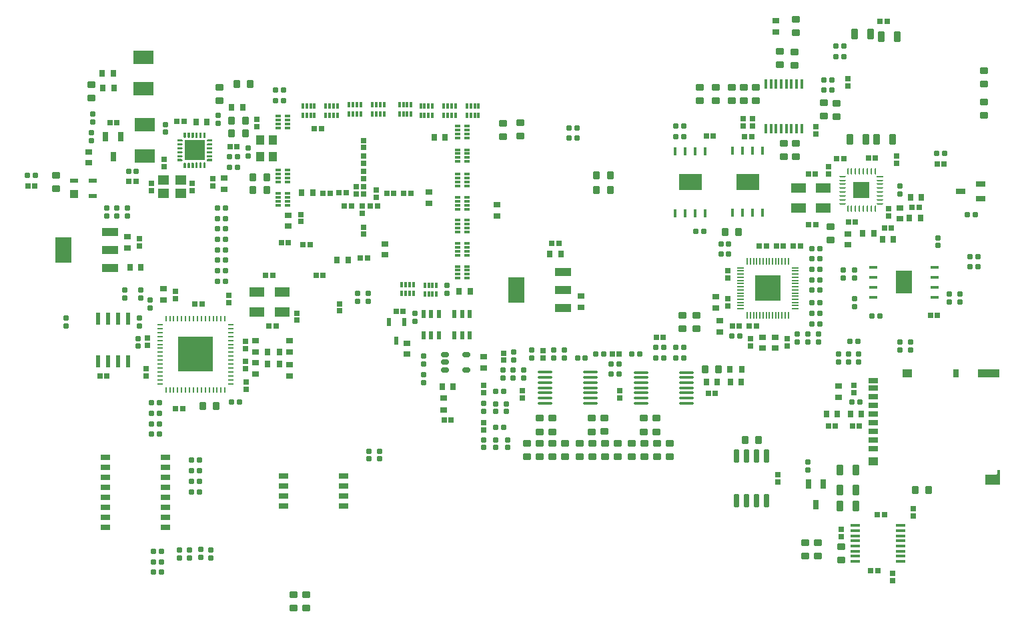
<source format=gbp>
G04*
G04 #@! TF.GenerationSoftware,Altium Limited,Altium Designer,23.10.1 (27)*
G04*
G04 Layer_Color=128*
%FSLAX44Y44*%
%MOMM*%
G71*
G04*
G04 #@! TF.SameCoordinates,1E8E639B-A9AB-46FE-9B68-82187C007E20*
G04*
G04*
G04 #@! TF.FilePolarity,Positive*
G04*
G01*
G75*
%ADD26R,0.8000X1.0000*%
%ADD32R,0.6400X0.6400*%
%ADD33R,0.9500X0.7500*%
G04:AMPARAMS|DCode=41|XSize=0.6mm|YSize=0.6mm|CornerRadius=0.06mm|HoleSize=0mm|Usage=FLASHONLY|Rotation=90.000|XOffset=0mm|YOffset=0mm|HoleType=Round|Shape=RoundedRectangle|*
%AMROUNDEDRECTD41*
21,1,0.6000,0.4800,0,0,90.0*
21,1,0.4800,0.6000,0,0,90.0*
1,1,0.1200,0.2400,0.2400*
1,1,0.1200,0.2400,-0.2400*
1,1,0.1200,-0.2400,-0.2400*
1,1,0.1200,-0.2400,0.2400*
%
%ADD41ROUNDEDRECTD41*%
%ADD42R,0.7500X0.9500*%
%ADD51R,0.6000X1.5500*%
G04:AMPARAMS|DCode=54|XSize=0.6mm|YSize=0.6mm|CornerRadius=0.06mm|HoleSize=0mm|Usage=FLASHONLY|Rotation=180.000|XOffset=0mm|YOffset=0mm|HoleType=Round|Shape=RoundedRectangle|*
%AMROUNDEDRECTD54*
21,1,0.6000,0.4800,0,0,180.0*
21,1,0.4800,0.6000,0,0,180.0*
1,1,0.1200,-0.2400,0.2400*
1,1,0.1200,0.2400,0.2400*
1,1,0.1200,0.2400,-0.2400*
1,1,0.1200,-0.2400,-0.2400*
%
%ADD54ROUNDEDRECTD54*%
G04:AMPARAMS|DCode=58|XSize=1mm|YSize=0.9mm|CornerRadius=0.1125mm|HoleSize=0mm|Usage=FLASHONLY|Rotation=0.000|XOffset=0mm|YOffset=0mm|HoleType=Round|Shape=RoundedRectangle|*
%AMROUNDEDRECTD58*
21,1,1.0000,0.6750,0,0,0.0*
21,1,0.7750,0.9000,0,0,0.0*
1,1,0.2250,0.3875,-0.3375*
1,1,0.2250,-0.3875,-0.3375*
1,1,0.2250,-0.3875,0.3375*
1,1,0.2250,0.3875,0.3375*
%
%ADD58ROUNDEDRECTD58*%
%ADD139R,1.9000X1.2000*%
G04:AMPARAMS|DCode=140|XSize=1mm|YSize=0.9mm|CornerRadius=0.1125mm|HoleSize=0mm|Usage=FLASHONLY|Rotation=90.000|XOffset=0mm|YOffset=0mm|HoleType=Round|Shape=RoundedRectangle|*
%AMROUNDEDRECTD140*
21,1,1.0000,0.6750,0,0,90.0*
21,1,0.7750,0.9000,0,0,90.0*
1,1,0.2250,0.3375,0.3875*
1,1,0.2250,0.3375,-0.3875*
1,1,0.2250,-0.3375,-0.3875*
1,1,0.2250,-0.3375,0.3875*
%
%ADD140ROUNDEDRECTD140*%
%ADD141R,0.3000X0.6500*%
%ADD142R,0.6400X0.6400*%
G04:AMPARAMS|DCode=143|XSize=0.4mm|YSize=1.2mm|CornerRadius=0.05mm|HoleSize=0mm|Usage=FLASHONLY|Rotation=90.000|XOffset=0mm|YOffset=0mm|HoleType=Round|Shape=RoundedRectangle|*
%AMROUNDEDRECTD143*
21,1,0.4000,1.1000,0,0,90.0*
21,1,0.3000,1.2000,0,0,90.0*
1,1,0.1000,0.5500,0.1500*
1,1,0.1000,0.5500,-0.1500*
1,1,0.1000,-0.5500,-0.1500*
1,1,0.1000,-0.5500,0.1500*
%
%ADD143ROUNDEDRECTD143*%
G04:AMPARAMS|DCode=144|XSize=1.3mm|YSize=0.8mm|CornerRadius=0.1mm|HoleSize=0mm|Usage=FLASHONLY|Rotation=90.000|XOffset=0mm|YOffset=0mm|HoleType=Round|Shape=RoundedRectangle|*
%AMROUNDEDRECTD144*
21,1,1.3000,0.6000,0,0,90.0*
21,1,1.1000,0.8000,0,0,90.0*
1,1,0.2000,0.3000,0.5500*
1,1,0.2000,0.3000,-0.5500*
1,1,0.2000,-0.3000,-0.5500*
1,1,0.2000,-0.3000,0.5500*
%
%ADD144ROUNDEDRECTD144*%
%ADD145R,1.2700X0.7600*%
%ADD146R,0.6000X1.0000*%
G04:AMPARAMS|DCode=147|XSize=1.05mm|YSize=0.6mm|CornerRadius=0.15mm|HoleSize=0mm|Usage=FLASHONLY|Rotation=180.000|XOffset=0mm|YOffset=0mm|HoleType=Round|Shape=RoundedRectangle|*
%AMROUNDEDRECTD147*
21,1,1.0500,0.3000,0,0,180.0*
21,1,0.7500,0.6000,0,0,180.0*
1,1,0.3000,-0.3750,0.1500*
1,1,0.3000,0.3750,0.1500*
1,1,0.3000,0.3750,-0.1500*
1,1,0.3000,-0.3750,-0.1500*
%
%ADD147ROUNDEDRECTD147*%
%ADD148O,2.0000X0.3500*%
G04:AMPARAMS|DCode=149|XSize=0.4mm|YSize=1.2mm|CornerRadius=0.05mm|HoleSize=0mm|Usage=FLASHONLY|Rotation=180.000|XOffset=0mm|YOffset=0mm|HoleType=Round|Shape=RoundedRectangle|*
%AMROUNDEDRECTD149*
21,1,0.4000,1.1000,0,0,180.0*
21,1,0.3000,1.2000,0,0,180.0*
1,1,0.1000,-0.1500,0.5500*
1,1,0.1000,0.1500,0.5500*
1,1,0.1000,0.1500,-0.5500*
1,1,0.1000,-0.1500,-0.5500*
%
%ADD149ROUNDEDRECTD149*%
%ADD150R,1.2000X0.6500*%
G04:AMPARAMS|DCode=151|XSize=0.8078mm|YSize=0.2393mm|CornerRadius=0.1196mm|HoleSize=0mm|Usage=FLASHONLY|Rotation=180.000|XOffset=0mm|YOffset=0mm|HoleType=Round|Shape=RoundedRectangle|*
%AMROUNDEDRECTD151*
21,1,0.8078,0.0000,0,0,180.0*
21,1,0.5686,0.2393,0,0,180.0*
1,1,0.2393,-0.2843,0.0000*
1,1,0.2393,0.2843,0.0000*
1,1,0.2393,0.2843,0.0000*
1,1,0.2393,-0.2843,0.0000*
%
%ADD151ROUNDEDRECTD151*%
G04:AMPARAMS|DCode=152|XSize=0.2393mm|YSize=0.8078mm|CornerRadius=0.1196mm|HoleSize=0mm|Usage=FLASHONLY|Rotation=180.000|XOffset=0mm|YOffset=0mm|HoleType=Round|Shape=RoundedRectangle|*
%AMROUNDEDRECTD152*
21,1,0.2393,0.5686,0,0,180.0*
21,1,0.0000,0.8078,0,0,180.0*
1,1,0.2393,0.0000,0.2843*
1,1,0.2393,0.0000,0.2843*
1,1,0.2393,0.0000,-0.2843*
1,1,0.2393,0.0000,-0.2843*
%
%ADD152ROUNDEDRECTD152*%
G04:AMPARAMS|DCode=155|XSize=1.0611mm|YSize=0.3925mm|CornerRadius=0.1962mm|HoleSize=0mm|Usage=FLASHONLY|Rotation=90.000|XOffset=0mm|YOffset=0mm|HoleType=Round|Shape=RoundedRectangle|*
%AMROUNDEDRECTD155*
21,1,1.0611,0.0000,0,0,90.0*
21,1,0.6686,0.3925,0,0,90.0*
1,1,0.3925,0.0000,0.3343*
1,1,0.3925,0.0000,-0.3343*
1,1,0.3925,0.0000,-0.3343*
1,1,0.3925,0.0000,0.3343*
%
%ADD155ROUNDEDRECTD155*%
G04:AMPARAMS|DCode=157|XSize=1.0611mm|YSize=0.3925mm|CornerRadius=0.1962mm|HoleSize=0mm|Usage=FLASHONLY|Rotation=0.000|XOffset=0mm|YOffset=0mm|HoleType=Round|Shape=RoundedRectangle|*
%AMROUNDEDRECTD157*
21,1,1.0611,0.0000,0,0,0.0*
21,1,0.6686,0.3925,0,0,0.0*
1,1,0.3925,0.3343,0.0000*
1,1,0.3925,-0.3343,0.0000*
1,1,0.3925,-0.3343,0.0000*
1,1,0.3925,0.3343,0.0000*
%
%ADD157ROUNDEDRECTD157*%
%ADD158R,2.8000X1.0000*%
%ADD159R,1.2000X1.0000*%
%ADD160R,3.2000X3.2000*%
%ADD161R,0.2000X0.8500*%
%ADD162R,0.9500X0.8000*%
%ADD163C,1.1447*%
%ADD164R,1.2000X0.7000*%
%ADD165R,0.6500X1.2000*%
%ADD166R,2.1500X1.0000*%
G04:AMPARAMS|DCode=167|XSize=0.65mm|YSize=1.65mm|CornerRadius=0.0488mm|HoleSize=0mm|Usage=FLASHONLY|Rotation=0.000|XOffset=0mm|YOffset=0mm|HoleType=Round|Shape=RoundedRectangle|*
%AMROUNDEDRECTD167*
21,1,0.6500,1.5525,0,0,0.0*
21,1,0.5525,1.6500,0,0,0.0*
1,1,0.0975,0.2763,-0.7763*
1,1,0.0975,-0.2763,-0.7763*
1,1,0.0975,-0.2763,0.7763*
1,1,0.0975,0.2763,0.7763*
%
%ADD167ROUNDEDRECTD167*%
%ADD168R,1.1000X1.3000*%
%ADD169R,2.5000X2.5000*%
%ADD170R,1.4000X1.2000*%
%ADD171R,1.0000X1.0000*%
%ADD172O,0.7500X0.2500*%
%ADD173R,4.5000X4.5000*%
%ADD174O,0.2500X0.7500*%
%ADD175R,0.6500X0.3000*%
%ADD176R,0.6400X0.9200*%
%ADD177R,2.1500X3.2500*%
%ADD178R,0.3925X1.0611*%
%ADD179R,1.0611X0.3925*%
%ADD180R,0.8078X0.2393*%
%ADD181C,0.2520*%
%ADD182R,0.8500X0.2000*%
%ADD183R,2.5000X1.7000*%
%ADD184R,1.0000X0.6000*%
%ADD185R,0.9200X0.6400*%
%ADD217R,2.9724X2.0724*%
%ADD218R,2.0724X2.9724*%
%ADD219R,2.0239X2.0239*%
G36*
X633280Y887807D02*
X633674Y887413D01*
X633887Y886898D01*
Y886620D01*
Y886341D01*
X633674Y885827D01*
X633280Y885433D01*
X632766Y885220D01*
X626987D01*
Y888020D01*
X632766D01*
X633280Y887807D01*
D02*
G37*
G36*
X632487Y893020D02*
X632766D01*
X633280Y892807D01*
X633674Y892413D01*
X633887Y891898D01*
Y891620D01*
Y891341D01*
X633674Y890827D01*
X633280Y890433D01*
X632766Y890220D01*
X626987D01*
Y893020D01*
X632487D01*
Y893020D01*
D02*
G37*
G36*
X633280Y897807D02*
X633674Y897413D01*
X633887Y896898D01*
Y896620D01*
Y896341D01*
X633674Y895827D01*
X633280Y895433D01*
X632766Y895220D01*
X626987D01*
Y898020D01*
X632766D01*
X633280Y897807D01*
D02*
G37*
G36*
X637556Y883532D02*
X637949Y883138D01*
X638162Y882624D01*
Y882345D01*
Y876845D01*
X635363D01*
Y882345D01*
Y882624D01*
X635576Y883138D01*
X635970Y883532D01*
X636484Y883745D01*
X637041D01*
X637556Y883532D01*
D02*
G37*
G36*
X642555D02*
X642949Y883138D01*
X643163Y882624D01*
Y882345D01*
X643163Y876845D01*
X640362D01*
Y882345D01*
Y882624D01*
X640576Y883138D01*
X640969Y883532D01*
X641484Y883745D01*
X642041D01*
X642555Y883532D01*
D02*
G37*
G36*
X647556D02*
X647949Y883138D01*
X648163Y882624D01*
Y882345D01*
Y876845D01*
X645362D01*
Y882345D01*
Y882624D01*
X645576Y883138D01*
X645969Y883532D01*
X646484Y883745D01*
X647041D01*
X647556Y883532D01*
D02*
G37*
G36*
X633280Y902807D02*
X633674Y902413D01*
X633887Y901898D01*
Y901620D01*
Y901341D01*
X633674Y900827D01*
X633280Y900433D01*
X632766Y900220D01*
X626987D01*
Y903020D01*
X632766D01*
X633280Y902807D01*
D02*
G37*
G36*
Y907807D02*
X633674Y907413D01*
X633887Y906898D01*
Y906620D01*
Y906341D01*
X633674Y905827D01*
X633280Y905433D01*
X632766Y905220D01*
X632487D01*
X626987Y905220D01*
Y908020D01*
X632766D01*
X633280Y907807D01*
D02*
G37*
G36*
Y912807D02*
X633674Y912413D01*
X633887Y911898D01*
Y911620D01*
Y911341D01*
X633674Y910827D01*
X633280Y910433D01*
X632766Y910220D01*
X626987D01*
Y913020D01*
X632766D01*
X633280Y912807D01*
D02*
G37*
G36*
X638162Y915895D02*
Y915617D01*
X637949Y915102D01*
X637556Y914708D01*
X637041Y914495D01*
X636484D01*
X635970Y914708D01*
X635576Y915102D01*
X635363Y915617D01*
Y915895D01*
Y921395D01*
X638162D01*
Y915895D01*
D02*
G37*
G36*
X643163D02*
X643163D01*
Y915617D01*
X642949Y915102D01*
X642555Y914708D01*
X642041Y914495D01*
X641484D01*
X640969Y914708D01*
X640576Y915102D01*
X640362Y915617D01*
Y915895D01*
Y921395D01*
X643163D01*
Y915895D01*
D02*
G37*
G36*
X648163D02*
Y915617D01*
X647949Y915102D01*
X647556Y914708D01*
X647041Y914495D01*
X646484D01*
X645969Y914708D01*
X645576Y915102D01*
X645362Y915617D01*
Y915895D01*
Y921395D01*
X648163D01*
Y915895D01*
D02*
G37*
G36*
X663163D02*
Y915617D01*
X662949Y915102D01*
X662555Y914708D01*
X662041Y914495D01*
X661484D01*
X660969Y914708D01*
X660576Y915102D01*
X660362Y915617D01*
Y915895D01*
Y921395D01*
X663163D01*
Y915895D01*
D02*
G37*
G36*
X658163D02*
Y915617D01*
X657949Y915102D01*
X657556Y914708D01*
X657041Y914495D01*
X656484D01*
X655969Y914708D01*
X655576Y915102D01*
X655362Y915617D01*
Y915895D01*
X655362Y921395D01*
X658163D01*
Y915895D01*
D02*
G37*
G36*
X653163D02*
Y915617D01*
X652949Y915102D01*
X652555Y914708D01*
X652041Y914495D01*
X651484D01*
X650969Y914708D01*
X650576Y915102D01*
X650362Y915617D01*
Y915895D01*
Y921395D01*
X653163D01*
Y915895D01*
D02*
G37*
G36*
X671537Y910220D02*
X665759D01*
X665245Y910433D01*
X664851Y910827D01*
X664638Y911341D01*
Y911620D01*
Y911898D01*
X664851Y912413D01*
X665245Y912807D01*
X665759Y913020D01*
X671537D01*
Y910220D01*
D02*
G37*
G36*
Y905220D02*
X666038D01*
Y905220D01*
X665759D01*
X665245Y905433D01*
X664851Y905827D01*
X664638Y906341D01*
Y906620D01*
Y906898D01*
X664851Y907413D01*
X665245Y907807D01*
X665759Y908020D01*
X671537D01*
Y905220D01*
D02*
G37*
G36*
Y900220D02*
X665759D01*
X665245Y900433D01*
X664851Y900827D01*
X664638Y901341D01*
Y901620D01*
Y901898D01*
X664851Y902413D01*
X665245Y902807D01*
X665759Y903020D01*
X671537D01*
Y900220D01*
D02*
G37*
G36*
Y895220D02*
X665759D01*
X665245Y895433D01*
X664851Y895827D01*
X664638Y896341D01*
Y896620D01*
Y896898D01*
X664851Y897413D01*
X665245Y897807D01*
X665759Y898020D01*
X671537D01*
Y895220D01*
D02*
G37*
G36*
Y890220D02*
X665759D01*
X665245Y890433D01*
X664851Y890827D01*
X664638Y891341D01*
Y891620D01*
Y891898D01*
X664851Y892413D01*
X665245Y892807D01*
X665759Y893020D01*
X666038D01*
X671537Y893020D01*
Y890220D01*
D02*
G37*
G36*
Y885220D02*
X665759D01*
X665245Y885433D01*
X664851Y885827D01*
X664638Y886341D01*
Y886620D01*
Y886898D01*
X664851Y887413D01*
X665245Y887807D01*
X665759Y888020D01*
X671537D01*
Y885220D01*
D02*
G37*
G36*
X662555Y883532D02*
X662949Y883138D01*
X663163Y882624D01*
Y882345D01*
Y876845D01*
X660362D01*
Y882345D01*
Y882624D01*
X660576Y883138D01*
X660969Y883532D01*
X661484Y883745D01*
X662041D01*
X662555Y883532D01*
D02*
G37*
G36*
X657556D02*
X657949Y883138D01*
X658163Y882624D01*
Y882345D01*
Y876845D01*
X655362D01*
Y882345D01*
X655362D01*
Y882624D01*
X655576Y883138D01*
X655969Y883532D01*
X656484Y883745D01*
X657041D01*
X657556Y883532D01*
D02*
G37*
G36*
X652555D02*
X652949Y883138D01*
X653163Y882624D01*
Y882345D01*
Y876845D01*
X650362D01*
Y882345D01*
Y882624D01*
X650576Y883138D01*
X650969Y883532D01*
X651484Y883745D01*
X652041D01*
X652555Y883532D01*
D02*
G37*
G36*
X1671350Y474346D02*
X1652350D01*
Y487346D01*
X1666350D01*
X1667850Y488846D01*
Y492846D01*
X1671350D01*
Y474346D01*
D02*
G37*
D26*
X1615850Y615846D02*
D03*
D32*
X1470000Y417600D02*
D03*
Y408400D02*
D03*
X1540000Y891600D02*
D03*
Y882400D02*
D03*
X1453725Y869139D02*
D03*
Y878339D02*
D03*
X728000Y938600D02*
D03*
Y929400D02*
D03*
X864000Y862730D02*
D03*
Y871930D02*
D03*
Y843400D02*
D03*
Y852600D02*
D03*
X854000Y843400D02*
D03*
Y852600D02*
D03*
X861963Y819360D02*
D03*
Y828560D02*
D03*
X1065324Y584600D02*
D03*
X1188720Y584680D02*
D03*
X1478280Y990120D02*
D03*
X1437640Y929160D02*
D03*
X1357652Y939320D02*
D03*
X1345473D02*
D03*
X1530350Y825020D02*
D03*
X880000Y839400D02*
D03*
X1485900Y600776D02*
D03*
X1401587Y659920D02*
D03*
X1354370Y650720D02*
D03*
X1561000Y443600D02*
D03*
X1535000Y352400D02*
D03*
X1389380Y478000D02*
D03*
X1325880Y737080D02*
D03*
Y701520D02*
D03*
X864000Y902400D02*
D03*
Y891600D02*
D03*
Y801600D02*
D03*
X784000Y808480D02*
D03*
X610870Y878050D02*
D03*
X672467Y853534D02*
D03*
X646430Y856770D02*
D03*
X594795Y847570D02*
D03*
X579000Y786600D02*
D03*
X833000Y704200D02*
D03*
X779331Y683177D02*
D03*
X693000Y714600D02*
D03*
X714000Y647400D02*
D03*
Y622000D02*
D03*
X715000Y595800D02*
D03*
X625000Y719600D02*
D03*
X589000Y660600D02*
D03*
X588000Y612400D02*
D03*
X1485900Y591576D02*
D03*
X1530350Y815820D02*
D03*
X1478280Y980920D02*
D03*
X693000Y705400D02*
D03*
X589000Y651400D02*
D03*
X715000Y605000D02*
D03*
X588000Y621600D02*
D03*
X1016000Y544196D02*
D03*
X784000Y817679D02*
D03*
X880000Y848600D02*
D03*
X1016000Y590945D02*
D03*
X1091578Y635480D02*
D03*
X1041400Y641585D02*
D03*
X625000Y710400D02*
D03*
X864000Y792400D02*
D03*
Y911600D02*
D03*
Y882400D02*
D03*
X1389380Y487200D02*
D03*
X1325880Y710720D02*
D03*
Y746280D02*
D03*
X1016000Y553396D02*
D03*
X1091578Y644680D02*
D03*
X1016000Y600144D02*
D03*
X1041400Y632385D02*
D03*
X779331Y692377D02*
D03*
X1401587Y650720D02*
D03*
X1354370Y659920D02*
D03*
X833000Y695000D02*
D03*
X1345473Y930120D02*
D03*
X1357652D02*
D03*
X1437640Y919960D02*
D03*
X579000Y777400D02*
D03*
X1561000Y434400D02*
D03*
X1535000Y361600D02*
D03*
X1065324Y593800D02*
D03*
X1188720Y593880D02*
D03*
X714000Y656600D02*
D03*
Y631200D02*
D03*
X646430Y847570D02*
D03*
X594795Y856770D02*
D03*
X610870Y887250D02*
D03*
X672467Y862735D02*
D03*
D33*
X1016000Y636920D02*
D03*
X919000Y640000D02*
D03*
X1386840Y1049640D02*
D03*
X1544320Y826150D02*
D03*
X947000Y846000D02*
D03*
X1033000Y830000D02*
D03*
X1478280Y779130D02*
D03*
X1466850Y599578D02*
D03*
X890730Y766290D02*
D03*
X1310640Y699120D02*
D03*
X1315720Y668640D02*
D03*
X1140000Y714000D02*
D03*
X768000Y802482D02*
D03*
X514682Y883270D02*
D03*
X686816Y849488D02*
D03*
X564000Y789000D02*
D03*
X769620Y657240D02*
D03*
X726440Y615300D02*
D03*
Y643240D02*
D03*
X769620Y612760D02*
D03*
X610000Y723000D02*
D03*
X1466850Y585578D02*
D03*
X1544320Y812150D02*
D03*
X947000Y832000D02*
D03*
X1478280Y793130D02*
D03*
X768000Y816481D02*
D03*
X1033000Y816000D02*
D03*
X769620Y626760D02*
D03*
Y643240D02*
D03*
X1140000Y700000D02*
D03*
X1310640Y713120D02*
D03*
X890730Y780290D02*
D03*
X919000Y654000D02*
D03*
X1315720Y682640D02*
D03*
X1386840Y1063640D02*
D03*
X564000Y775000D02*
D03*
X1016000Y622920D02*
D03*
X610000Y709000D02*
D03*
X726440Y657240D02*
D03*
Y629300D02*
D03*
X686816Y863488D02*
D03*
X514682Y897270D02*
D03*
D41*
X1633000Y751000D02*
D03*
X1643000D02*
D03*
X1124590Y927689D02*
D03*
X1134590D02*
D03*
Y914400D02*
D03*
X1124590D02*
D03*
X1178165Y627968D02*
D03*
X1158320Y640080D02*
D03*
X1269920Y635351D02*
D03*
Y648639D02*
D03*
X1473120Y1017952D02*
D03*
X1601000Y895000D02*
D03*
X703500Y877392D02*
D03*
X565230Y872364D02*
D03*
X447000Y867000D02*
D03*
X1643000Y764000D02*
D03*
X1633000D02*
D03*
X1640000Y817000D02*
D03*
X1630000D02*
D03*
X688345Y732766D02*
D03*
X678345D02*
D03*
Y746055D02*
D03*
X688345D02*
D03*
X678345Y759343D02*
D03*
X688345D02*
D03*
X678345Y772632D02*
D03*
X688345D02*
D03*
X678505Y785920D02*
D03*
X688505D02*
D03*
X678345Y799209D02*
D03*
X688345D02*
D03*
X678345Y812497D02*
D03*
X688345D02*
D03*
X678345Y825786D02*
D03*
X688345D02*
D03*
X604440Y578399D02*
D03*
X594440D02*
D03*
X604440Y565110D02*
D03*
X594440D02*
D03*
X604440Y551768D02*
D03*
X594440D02*
D03*
X604440Y538480D02*
D03*
X594440D02*
D03*
X655320Y505460D02*
D03*
X645320D02*
D03*
X655240Y492172D02*
D03*
X645240D02*
D03*
X655320Y478883D02*
D03*
X645320D02*
D03*
X655240Y464820D02*
D03*
X645240D02*
D03*
X607060Y363220D02*
D03*
X597060D02*
D03*
X606980Y376508D02*
D03*
X596980D02*
D03*
X606980Y389797D02*
D03*
X596980D02*
D03*
X1490900Y656035D02*
D03*
X1480900D02*
D03*
X1493440Y579120D02*
D03*
X1483440D02*
D03*
X1591000Y895000D02*
D03*
X1168320Y640080D02*
D03*
X1442640Y761226D02*
D03*
X1432640D02*
D03*
X703500Y890680D02*
D03*
X693500D02*
D03*
X1518840Y688366D02*
D03*
X1442640Y692057D02*
D03*
X1285320Y796306D02*
D03*
X1259920Y929640D02*
D03*
Y916234D02*
D03*
X751920Y962072D02*
D03*
X1331040Y662906D02*
D03*
X1031320Y546810D02*
D03*
X1234520Y648639D02*
D03*
X1031320Y592530D02*
D03*
X1442640Y678768D02*
D03*
X1259920Y648639D02*
D03*
X1204040Y640351D02*
D03*
X1508840Y688366D02*
D03*
X1341040Y662906D02*
D03*
X761920Y975360D02*
D03*
X751920D02*
D03*
X761920Y962072D02*
D03*
X1317070Y780368D02*
D03*
X1327070D02*
D03*
X1442640Y774514D02*
D03*
X1432640D02*
D03*
X1317150Y767080D02*
D03*
X1327150D02*
D03*
X1442640Y747937D02*
D03*
X1432640D02*
D03*
X1442560Y734649D02*
D03*
X1432560D02*
D03*
X1269920Y916234D02*
D03*
X1442560Y721360D02*
D03*
X1432560D02*
D03*
X1442640Y705346D02*
D03*
X1432640D02*
D03*
X1269920Y929640D02*
D03*
X1432640Y692057D02*
D03*
X1295320Y796306D02*
D03*
X1432640Y678768D02*
D03*
X1473120Y1031240D02*
D03*
X1463120D02*
D03*
Y1017952D02*
D03*
X1447880Y975360D02*
D03*
X1457880D02*
D03*
X1447880Y988649D02*
D03*
X1457880D02*
D03*
X1244520Y648639D02*
D03*
X1234600Y635351D02*
D03*
X1244600D02*
D03*
X1259920D02*
D03*
X1214040Y640351D02*
D03*
X1145031Y635472D02*
D03*
X1135032D02*
D03*
X1178165Y614680D02*
D03*
X1188165D02*
D03*
Y627968D02*
D03*
X1041320Y546810D02*
D03*
Y592530D02*
D03*
X696040Y579120D02*
D03*
X706040D02*
D03*
X575230Y872364D02*
D03*
X693500Y877392D02*
D03*
X437000Y867000D02*
D03*
D42*
X798958Y844836D02*
D03*
X784958D02*
D03*
X977280Y598869D02*
D03*
X1312645Y604496D02*
D03*
X1557640Y839470D02*
D03*
X967120Y915670D02*
D03*
X1536080Y785760D02*
D03*
X1343040Y604496D02*
D03*
X1481440Y563880D02*
D03*
X1450960D02*
D03*
X1114000Y767000D02*
D03*
X998870Y719563D02*
D03*
X710100Y953180D02*
D03*
X664860Y934720D02*
D03*
X532100Y996950D02*
D03*
X532750Y977900D02*
D03*
X829921Y760000D02*
D03*
X581000Y750000D02*
D03*
X1571640Y839470D02*
D03*
X1522080Y785760D02*
D03*
X1100000Y767000D02*
D03*
X843921Y760000D02*
D03*
X984870Y719563D02*
D03*
X1464960Y563880D02*
D03*
X1495440D02*
D03*
X953120Y915670D02*
D03*
X567000Y750000D02*
D03*
X1329040Y604496D02*
D03*
X1298645Y604496D02*
D03*
X963280Y598869D02*
D03*
X696100Y953180D02*
D03*
X650860Y934720D02*
D03*
X546100Y996950D02*
D03*
X546750Y977900D02*
D03*
D51*
X527050Y684860D02*
D03*
X539750D02*
D03*
X552450D02*
D03*
X565150D02*
D03*
X552450Y630860D02*
D03*
X527050D02*
D03*
X539750D02*
D03*
X565150D02*
D03*
D54*
X1593000Y778000D02*
D03*
Y788000D02*
D03*
X593000Y699000D02*
D03*
Y709000D02*
D03*
X929000Y692000D02*
D03*
Y682000D02*
D03*
X940000Y604000D02*
D03*
X1031240Y521490D02*
D03*
X1016000D02*
D03*
X1031240Y567210D02*
D03*
X1016000Y567290D02*
D03*
X1053512Y609680D02*
D03*
X1040223D02*
D03*
X1118188Y635472D02*
D03*
X1076960D02*
D03*
X1544320Y843360D02*
D03*
X1427480Y502840D02*
D03*
X716788Y901907D02*
D03*
X520000Y945000D02*
D03*
X486000Y676000D02*
D03*
Y686000D02*
D03*
X560796Y721608D02*
D03*
X560796Y711608D02*
D03*
X580810Y711280D02*
D03*
Y721280D02*
D03*
X550592Y825565D02*
D03*
Y815565D02*
D03*
X563880Y825420D02*
D03*
Y815420D02*
D03*
X537303Y825565D02*
D03*
Y815565D02*
D03*
X969556Y717630D02*
D03*
Y727630D02*
D03*
X884000Y517000D02*
D03*
Y507000D02*
D03*
X870000Y517000D02*
D03*
Y507000D02*
D03*
X579120Y675720D02*
D03*
Y685720D02*
D03*
X1466850Y640000D02*
D03*
Y630000D02*
D03*
X1479550Y640000D02*
D03*
Y630000D02*
D03*
X1492250Y640000D02*
D03*
Y630000D02*
D03*
X1544320Y655240D02*
D03*
Y645240D02*
D03*
X1558290Y645160D02*
D03*
Y655160D02*
D03*
X1544320Y853360D02*
D03*
X630000Y391000D02*
D03*
Y381000D02*
D03*
X643000Y391000D02*
D03*
Y381000D02*
D03*
X657000Y392000D02*
D03*
Y382000D02*
D03*
X670000Y381000D02*
D03*
Y391000D02*
D03*
X1487186Y710263D02*
D03*
Y700263D02*
D03*
X716788Y891907D02*
D03*
X1016000Y531490D02*
D03*
X1487170Y746680D02*
D03*
X1016000Y577290D02*
D03*
X1104900Y635472D02*
D03*
X869259Y717062D02*
D03*
X855971Y716982D02*
D03*
X1054134Y642969D02*
D03*
X1607114Y706200D02*
D03*
X1472635Y746765D02*
D03*
X1414321Y655320D02*
D03*
X1076960Y645472D02*
D03*
X1620520Y706200D02*
D03*
X1440898Y655320D02*
D03*
X1040223Y619680D02*
D03*
X1427609Y655480D02*
D03*
X940000Y614000D02*
D03*
X1427480Y492840D02*
D03*
X855971Y706982D02*
D03*
X869259Y707062D02*
D03*
X1472635Y736765D02*
D03*
X1487170Y736680D02*
D03*
X1620520Y716200D02*
D03*
X1607114D02*
D03*
X1414321Y665320D02*
D03*
X1440898D02*
D03*
X1427609Y665480D02*
D03*
X1118188Y645472D02*
D03*
X1104900D02*
D03*
X1066800Y619680D02*
D03*
Y609680D02*
D03*
X1054134Y632969D02*
D03*
X1031240Y577210D02*
D03*
X1053512Y619680D02*
D03*
X1044529Y567210D02*
D03*
Y577210D02*
D03*
X1031240Y531490D02*
D03*
X1046480Y521490D02*
D03*
Y531490D02*
D03*
X940000Y638000D02*
D03*
Y628000D02*
D03*
X577810Y650105D02*
D03*
Y660105D02*
D03*
X679450Y933610D02*
D03*
Y943610D02*
D03*
X612024Y921869D02*
D03*
Y931869D02*
D03*
X520000Y935000D02*
D03*
X517821Y911174D02*
D03*
Y921173D02*
D03*
D58*
X1041000Y916500D02*
D03*
Y933500D02*
D03*
X1063000Y917000D02*
D03*
Y934000D02*
D03*
X1087200Y558679D02*
D03*
X1103219D02*
D03*
X1153240D02*
D03*
X1169258Y558800D02*
D03*
X1219200Y558679D02*
D03*
X1235219D02*
D03*
X1463819Y958460D02*
D03*
X1412240Y1048140D02*
D03*
X1410415Y1024040D02*
D03*
X1391920Y1024500D02*
D03*
X1330960Y961780D02*
D03*
X680832Y978780D02*
D03*
X518000Y982500D02*
D03*
X473710Y850020D02*
D03*
X1268000Y689500D02*
D03*
Y672500D02*
D03*
X1651000Y960500D02*
D03*
Y943500D02*
D03*
Y1000500D02*
D03*
Y983500D02*
D03*
X1456690Y802250D02*
D03*
Y785250D02*
D03*
X1286000Y689500D02*
D03*
Y672500D02*
D03*
X680832Y961780D02*
D03*
X1138000Y526660D02*
D03*
X1203960D02*
D03*
X1119237D02*
D03*
X1186056D02*
D03*
X774700Y317382D02*
D03*
X1424161Y383930D02*
D03*
X791090Y317382D02*
D03*
X1470000Y378500D02*
D03*
X1440180Y383930D02*
D03*
X1252016Y526660D02*
D03*
X1087200D02*
D03*
X1440180Y400930D02*
D03*
X1290320Y978780D02*
D03*
Y961780D02*
D03*
X1447800Y959731D02*
D03*
Y942730D02*
D03*
X1463819Y941460D02*
D03*
X1361440Y978780D02*
D03*
Y961780D02*
D03*
X1412240Y1065140D02*
D03*
X1310640Y961780D02*
D03*
Y978780D02*
D03*
X1410415Y1007040D02*
D03*
X1397000Y890660D02*
D03*
Y907660D02*
D03*
X1391920Y1007500D02*
D03*
X1330960Y978780D02*
D03*
X1412240Y890660D02*
D03*
Y907660D02*
D03*
X1346200Y978780D02*
D03*
Y961780D02*
D03*
X1235219Y541679D02*
D03*
X1219200D02*
D03*
X1219979Y509660D02*
D03*
Y526660D02*
D03*
X1235997Y509660D02*
D03*
Y526660D02*
D03*
X1203960Y509660D02*
D03*
X1252016D02*
D03*
X1470000Y395500D02*
D03*
X1087200Y541679D02*
D03*
X1103219D02*
D03*
X1169258Y541800D02*
D03*
X1153240Y541679D02*
D03*
X1087200Y509660D02*
D03*
X1103219D02*
D03*
Y526660D02*
D03*
X1170037Y509660D02*
D03*
Y526660D02*
D03*
X1154018Y509660D02*
D03*
Y526660D02*
D03*
X1138000Y509660D02*
D03*
X1186056D02*
D03*
X1071181D02*
D03*
Y526660D02*
D03*
X1119237Y509660D02*
D03*
X791090Y334382D02*
D03*
X1424161Y400930D02*
D03*
X774700Y334382D02*
D03*
X518000Y965500D02*
D03*
X473710Y867020D02*
D03*
D139*
X1447280Y825992D02*
D03*
X1415280Y850992D02*
D03*
Y825992D02*
D03*
X1447280Y850992D02*
D03*
X760000Y718901D02*
D03*
X728000Y693901D02*
D03*
Y718901D02*
D03*
X760000Y693901D02*
D03*
D140*
X1159500Y867000D02*
D03*
X1176500D02*
D03*
X1159500Y849000D02*
D03*
X1176500D02*
D03*
X1580500Y468000D02*
D03*
X659520Y574040D02*
D03*
X740500Y848343D02*
D03*
X702700Y982980D02*
D03*
X719700D02*
D03*
X723500Y848343D02*
D03*
Y864361D02*
D03*
X740500D02*
D03*
X1339280Y795400D02*
D03*
X1322280D02*
D03*
X1563500Y468000D02*
D03*
X1314060Y620764D02*
D03*
X1297060D02*
D03*
X1364860Y530860D02*
D03*
X1347860D02*
D03*
X676520Y574040D02*
D03*
X696350Y936911D02*
D03*
X713350D02*
D03*
X713383Y920892D02*
D03*
X696384D02*
D03*
D141*
X970359Y943540D02*
D03*
X975359D02*
D03*
X980359D02*
D03*
X965359Y943540D02*
D03*
X965359Y955040D02*
D03*
X970359D02*
D03*
X975359D02*
D03*
X980359D02*
D03*
X801389D02*
D03*
X796389D02*
D03*
X791389D02*
D03*
X786389D02*
D03*
X791389Y943540D02*
D03*
X786389D02*
D03*
X801389D02*
D03*
X796389D02*
D03*
X815677Y955040D02*
D03*
X820677D02*
D03*
X825677Y955040D02*
D03*
X830677D02*
D03*
X815677Y943540D02*
D03*
X820677D02*
D03*
X825677D02*
D03*
X830677D02*
D03*
X860000Y956655D02*
D03*
X855000D02*
D03*
X850000D02*
D03*
X845000D02*
D03*
X855000Y945155D02*
D03*
X850000D02*
D03*
X845000D02*
D03*
X860000Y945155D02*
D03*
X889469Y956655D02*
D03*
X884469D02*
D03*
X879469D02*
D03*
X874469D02*
D03*
X884469Y945155D02*
D03*
X879469D02*
D03*
X874469D02*
D03*
X889469D02*
D03*
X924049D02*
D03*
X909049D02*
D03*
X914049D02*
D03*
X919049D02*
D03*
X909049Y956655D02*
D03*
X914049D02*
D03*
X919049Y956655D02*
D03*
X924049D02*
D03*
X951070Y955040D02*
D03*
X946070D02*
D03*
X941070D02*
D03*
X936070D02*
D03*
X941070Y943540D02*
D03*
X946070D02*
D03*
X951070D02*
D03*
X936070D02*
D03*
X1009647Y955040D02*
D03*
X1004647D02*
D03*
X999647Y955040D02*
D03*
X994647D02*
D03*
X1004647Y943540D02*
D03*
X1009647Y943540D02*
D03*
X994647Y943540D02*
D03*
X999647D02*
D03*
X946230Y727710D02*
D03*
X951230D02*
D03*
X941230Y716210D02*
D03*
X946230D02*
D03*
X951230Y716210D02*
D03*
X956230Y716210D02*
D03*
Y727710D02*
D03*
X941230D02*
D03*
X911942Y717008D02*
D03*
X916941D02*
D03*
X921942D02*
D03*
X926942D02*
D03*
X911942Y728508D02*
D03*
X926942Y728508D02*
D03*
X921942D02*
D03*
X916941D02*
D03*
D142*
X1473085Y888590D02*
D03*
X1463885D02*
D03*
X904720Y694249D02*
D03*
X913920Y694249D02*
D03*
X1310160Y590147D02*
D03*
X1518800Y1063000D02*
D03*
X1600600Y882000D02*
D03*
X1504160Y889000D02*
D03*
X1347160Y916138D02*
D03*
X1559560Y826770D02*
D03*
X1533680Y800108D02*
D03*
X1437160Y869188D02*
D03*
X1487960Y807720D02*
D03*
X1428440Y804893D02*
D03*
X1307620Y916940D02*
D03*
X892901Y844000D02*
D03*
X923424D02*
D03*
X786400Y779000D02*
D03*
X872514Y828195D02*
D03*
X1417843Y777240D02*
D03*
X1582900Y689610D02*
D03*
X1387320Y777240D02*
D03*
X1365974D02*
D03*
X1353030Y675640D02*
D03*
X1483840Y548640D02*
D03*
X1453360D02*
D03*
X1111600Y781000D02*
D03*
X868600Y762000D02*
D03*
X1331440Y675640D02*
D03*
X974880Y556580D02*
D03*
X801322Y926869D02*
D03*
X820985Y844564D02*
D03*
X703100Y903413D02*
D03*
X848600Y828000D02*
D03*
X841600Y845000D02*
D03*
X768340Y781590D02*
D03*
X626370Y935990D02*
D03*
X446600Y854000D02*
D03*
X565630Y859631D02*
D03*
X812320Y740410D02*
D03*
X748600Y740000D02*
D03*
X658600Y704000D02*
D03*
X743400Y675704D02*
D03*
X538000Y612140D02*
D03*
X634200Y571000D02*
D03*
X437400Y854000D02*
D03*
X1478760Y807720D02*
D03*
X1568760Y826770D02*
D03*
X1513360Y889000D02*
D03*
X1591400Y882000D02*
D03*
X1528000Y1063000D02*
D03*
X649400Y704000D02*
D03*
X625000Y571000D02*
D03*
X1102400Y781000D02*
D03*
X1298420Y916940D02*
D03*
X1524480Y800108D02*
D03*
X693900Y903413D02*
D03*
X795600Y779000D02*
D03*
X859400Y762000D02*
D03*
X1179040Y640702D02*
D03*
X832400Y845000D02*
D03*
X902101Y844000D02*
D03*
X881714Y828195D02*
D03*
X839400Y828000D02*
D03*
X528800Y612140D02*
D03*
X759140Y781590D02*
D03*
X811785Y844564D02*
D03*
X914224Y844000D02*
D03*
X810522Y926869D02*
D03*
X1462560Y548640D02*
D03*
X1375174Y777240D02*
D03*
X1356360Y916138D02*
D03*
X1408642Y777240D02*
D03*
X1340640Y675640D02*
D03*
X1493040Y548640D02*
D03*
X1592100Y689610D02*
D03*
X1234920Y661373D02*
D03*
X1244120D02*
D03*
X1188240Y640702D02*
D03*
X803120Y740410D02*
D03*
X1362230Y675640D02*
D03*
X1396520Y777240D02*
D03*
X1427960Y869188D02*
D03*
X1515400Y436000D02*
D03*
X1524600D02*
D03*
X1507400Y365000D02*
D03*
X1516600D02*
D03*
X1300960Y590147D02*
D03*
X965680Y556580D02*
D03*
X1437640Y804893D02*
D03*
X739400Y740000D02*
D03*
X752600Y675704D02*
D03*
X574830Y859631D02*
D03*
X635569Y935990D02*
D03*
X550700Y934280D02*
D03*
X541500D02*
D03*
D143*
X1545000Y422500D02*
D03*
Y416000D02*
D03*
Y409500D02*
D03*
Y403000D02*
D03*
Y396500D02*
D03*
Y390000D02*
D03*
X1545000Y383500D02*
D03*
X1545000Y377000D02*
D03*
X1488000Y422500D02*
D03*
Y403000D02*
D03*
Y396500D02*
D03*
X1488000Y383500D02*
D03*
X1488000Y416000D02*
D03*
Y377000D02*
D03*
Y390000D02*
D03*
Y409500D02*
D03*
D144*
X1487000Y1047000D02*
D03*
X1507000D02*
D03*
X1481000Y913000D02*
D03*
X1501000D02*
D03*
X1535000D02*
D03*
X1515000D02*
D03*
X1541000Y1043000D02*
D03*
X1521000D02*
D03*
X1468280Y467360D02*
D03*
X1488280D02*
D03*
Y447040D02*
D03*
X1468280D02*
D03*
X1488280Y492760D02*
D03*
X1468280D02*
D03*
D145*
X838200Y485140D02*
D03*
Y472440D02*
D03*
Y459740D02*
D03*
Y447040D02*
D03*
X762000Y472440D02*
D03*
Y485140D02*
D03*
Y459740D02*
D03*
Y447040D02*
D03*
X535940Y496570D02*
D03*
Y433070D02*
D03*
Y483870D02*
D03*
Y458470D02*
D03*
Y471170D02*
D03*
Y445770D02*
D03*
Y509270D02*
D03*
Y420370D02*
D03*
X612140Y509270D02*
D03*
Y496570D02*
D03*
Y483870D02*
D03*
Y471170D02*
D03*
Y458470D02*
D03*
Y445770D02*
D03*
Y433070D02*
D03*
Y420370D02*
D03*
D146*
X896000Y681000D02*
D03*
X915000Y681000D02*
D03*
X905500Y657000D02*
D03*
X949429Y664443D02*
D03*
X988697D02*
D03*
X979197D02*
D03*
X939929Y691443D02*
D03*
X998197D02*
D03*
Y664443D02*
D03*
X958929Y691443D02*
D03*
X979197D02*
D03*
X958929Y664443D02*
D03*
X939929D02*
D03*
X949429Y691443D02*
D03*
X988697D02*
D03*
D147*
X966940Y629920D02*
D03*
Y620420D02*
D03*
X966940Y639420D02*
D03*
X993940Y639420D02*
D03*
X993940Y620420D02*
D03*
D148*
X1151680Y597569D02*
D03*
X1273792Y610447D02*
D03*
Y597447D02*
D03*
Y584447D02*
D03*
Y616947D02*
D03*
Y603947D02*
D03*
Y590947D02*
D03*
Y577947D02*
D03*
X1215791Y616947D02*
D03*
X1215791Y610447D02*
D03*
X1215791Y603947D02*
D03*
X1215791Y597447D02*
D03*
X1215791Y590947D02*
D03*
X1215791Y584447D02*
D03*
X1215791Y577947D02*
D03*
X1093680Y578069D02*
D03*
X1093680Y584569D02*
D03*
X1093680Y591069D02*
D03*
X1093680Y597569D02*
D03*
X1093680Y604068D02*
D03*
X1093680Y610569D02*
D03*
X1093680Y617068D02*
D03*
X1151680Y578069D02*
D03*
Y584569D02*
D03*
Y591068D02*
D03*
Y604068D02*
D03*
Y610569D02*
D03*
Y617068D02*
D03*
D149*
X1419750Y983540D02*
D03*
X1374250D02*
D03*
X1380750D02*
D03*
X1387250D02*
D03*
X1393750D02*
D03*
X1400250D02*
D03*
X1406750D02*
D03*
X1413250D02*
D03*
X1374250Y926540D02*
D03*
X1380750D02*
D03*
X1387250D02*
D03*
X1393750D02*
D03*
X1400250D02*
D03*
X1406750D02*
D03*
X1413250D02*
D03*
X1419750D02*
D03*
D150*
X1647000Y837500D02*
D03*
X1621000Y847000D02*
D03*
X1647000Y856500D02*
D03*
D151*
X1519191Y850860D02*
D03*
Y830860D02*
D03*
X1471688Y865860D02*
D03*
Y855860D02*
D03*
Y835860D02*
D03*
X1519191Y845860D02*
D03*
X1471688Y860860D02*
D03*
X1519191Y855860D02*
D03*
X1471688Y840860D02*
D03*
X1519191Y860860D02*
D03*
Y840860D02*
D03*
Y835860D02*
D03*
X1471688Y830860D02*
D03*
Y845860D02*
D03*
Y850860D02*
D03*
D152*
X1497940Y872112D02*
D03*
X1492940Y824608D02*
D03*
X1482940Y872112D02*
D03*
X1477940D02*
D03*
X1502940D02*
D03*
X1487940D02*
D03*
X1492940D02*
D03*
X1507940D02*
D03*
X1512940Y824608D02*
D03*
X1507940D02*
D03*
X1502940D02*
D03*
X1497940D02*
D03*
X1487940D02*
D03*
X1482940D02*
D03*
X1477940D02*
D03*
X1512940Y872112D02*
D03*
D155*
X1332230Y819724D02*
D03*
X1259212Y819265D02*
D03*
X1284612Y897775D02*
D03*
X1271911D02*
D03*
X1259212D02*
D03*
X1271911Y819265D02*
D03*
X1284612D02*
D03*
X1297312Y897775D02*
D03*
X1370330Y898234D02*
D03*
X1357630D02*
D03*
X1344930D02*
D03*
X1332230D02*
D03*
X1344930Y819724D02*
D03*
X1357630D02*
D03*
D157*
X1510145Y750570D02*
D03*
Y737870D02*
D03*
Y725170D02*
D03*
X1588655D02*
D03*
Y737870D02*
D03*
Y750570D02*
D03*
Y712470D02*
D03*
D158*
X1657350Y615846D02*
D03*
D159*
X1553850D02*
D03*
X1510850Y504346D02*
D03*
D160*
X1376680Y723739D02*
D03*
D161*
X1386680Y689239D02*
D03*
X1350680D02*
D03*
X1374680Y758239D02*
D03*
X1370680D02*
D03*
X1354680D02*
D03*
X1350680D02*
D03*
X1374680Y689239D02*
D03*
X1402680Y758239D02*
D03*
X1398680D02*
D03*
X1394680D02*
D03*
X1390680D02*
D03*
X1386680D02*
D03*
X1382680D02*
D03*
X1378680D02*
D03*
X1366680D02*
D03*
X1362680D02*
D03*
X1358680D02*
D03*
X1354680Y689239D02*
D03*
X1358680D02*
D03*
X1362680D02*
D03*
X1366680D02*
D03*
X1370680D02*
D03*
X1378680D02*
D03*
X1382680D02*
D03*
X1390680D02*
D03*
X1394680D02*
D03*
X1398680D02*
D03*
X1402680D02*
D03*
D162*
X1386229Y661071D02*
D03*
X1369729Y648072D02*
D03*
Y661071D02*
D03*
X1386229Y648072D02*
D03*
D163*
X1664991Y480706D02*
D03*
D164*
X1510850Y574846D02*
D03*
Y606346D02*
D03*
Y552846D02*
D03*
Y519846D02*
D03*
Y530846D02*
D03*
Y541846D02*
D03*
Y563846D02*
D03*
Y585846D02*
D03*
Y596846D02*
D03*
D165*
X1447140Y475280D02*
D03*
X545725Y890681D02*
D03*
X555225Y916681D02*
D03*
X536225D02*
D03*
X1428140Y475280D02*
D03*
X1437640Y449280D02*
D03*
D166*
X1116370Y744360D02*
D03*
X541541Y795162D02*
D03*
X1116370Y698360D02*
D03*
Y721360D02*
D03*
X541541Y749161D02*
D03*
Y772161D02*
D03*
D167*
X1337207Y510850D02*
D03*
X1375307Y454350D02*
D03*
Y510850D02*
D03*
X1362607Y454350D02*
D03*
X1349907D02*
D03*
X1337207D02*
D03*
X1349907Y510850D02*
D03*
X1362607D02*
D03*
D168*
X748660Y891200D02*
D03*
X732160D02*
D03*
Y912200D02*
D03*
X748660D02*
D03*
D169*
X649262Y899120D02*
D03*
D170*
X631600Y861271D02*
D03*
X609600Y844270D02*
D03*
Y861271D02*
D03*
X631600Y844270D02*
D03*
D171*
X496000Y843400D02*
D03*
D172*
X695490Y677580D02*
D03*
Y657580D02*
D03*
Y632580D02*
D03*
Y627580D02*
D03*
Y617580D02*
D03*
Y607580D02*
D03*
X604990Y672580D02*
D03*
Y612580D02*
D03*
Y677580D02*
D03*
Y667580D02*
D03*
Y662580D02*
D03*
Y657580D02*
D03*
Y652580D02*
D03*
Y642580D02*
D03*
Y637580D02*
D03*
Y632580D02*
D03*
Y627580D02*
D03*
Y622580D02*
D03*
Y617580D02*
D03*
Y607580D02*
D03*
Y602580D02*
D03*
X695490D02*
D03*
Y612580D02*
D03*
Y622580D02*
D03*
Y637580D02*
D03*
Y642580D02*
D03*
Y647580D02*
D03*
Y652580D02*
D03*
Y662580D02*
D03*
Y667580D02*
D03*
Y672580D02*
D03*
X604990Y647580D02*
D03*
D173*
X650240Y640080D02*
D03*
D174*
X647740Y594830D02*
D03*
X622740Y685330D02*
D03*
X687740D02*
D03*
X682740D02*
D03*
X677740D02*
D03*
X672740D02*
D03*
X667740D02*
D03*
X662740D02*
D03*
X657740D02*
D03*
X652740D02*
D03*
X642740D02*
D03*
X637740D02*
D03*
X632740D02*
D03*
X627740D02*
D03*
X612740D02*
D03*
Y594830D02*
D03*
X622740D02*
D03*
X627740D02*
D03*
X632740D02*
D03*
X637740D02*
D03*
X642740D02*
D03*
X652740D02*
D03*
X657740D02*
D03*
X662740D02*
D03*
X667740D02*
D03*
X677740D02*
D03*
X682740D02*
D03*
X687740D02*
D03*
X647740Y685330D02*
D03*
X617740D02*
D03*
Y594830D02*
D03*
X672740D02*
D03*
D175*
X755650Y829390D02*
D03*
Y834390D02*
D03*
X755650Y839390D02*
D03*
Y844390D02*
D03*
X767150Y829390D02*
D03*
Y834390D02*
D03*
Y839390D02*
D03*
Y844390D02*
D03*
Y873679D02*
D03*
Y868679D02*
D03*
Y863679D02*
D03*
Y858679D02*
D03*
X755650Y873679D02*
D03*
Y868679D02*
D03*
X755650Y863679D02*
D03*
Y858679D02*
D03*
Y927180D02*
D03*
Y932180D02*
D03*
X755650Y937180D02*
D03*
Y942180D02*
D03*
X767150Y927180D02*
D03*
Y932180D02*
D03*
Y937180D02*
D03*
Y942180D02*
D03*
X994480Y914480D02*
D03*
Y919480D02*
D03*
Y924480D02*
D03*
Y929480D02*
D03*
X982980Y914480D02*
D03*
Y929480D02*
D03*
Y924480D02*
D03*
Y919480D02*
D03*
X994480Y884757D02*
D03*
Y889757D02*
D03*
Y894757D02*
D03*
Y899757D02*
D03*
X982980Y889757D02*
D03*
Y894757D02*
D03*
Y884757D02*
D03*
Y899757D02*
D03*
X994480Y853756D02*
D03*
Y858756D02*
D03*
Y863756D02*
D03*
Y868756D02*
D03*
X982980Y863756D02*
D03*
Y868756D02*
D03*
Y858756D02*
D03*
Y853756D02*
D03*
X994480Y824467D02*
D03*
Y829467D02*
D03*
X994480Y834467D02*
D03*
X994480Y839467D02*
D03*
X982980Y824467D02*
D03*
Y829467D02*
D03*
Y839467D02*
D03*
Y834467D02*
D03*
X994480Y795179D02*
D03*
Y800179D02*
D03*
Y805179D02*
D03*
Y810179D02*
D03*
X982980Y810179D02*
D03*
Y795179D02*
D03*
Y800179D02*
D03*
Y805179D02*
D03*
X994908Y780890D02*
D03*
Y775890D02*
D03*
X994908Y770890D02*
D03*
Y765890D02*
D03*
X983408Y770890D02*
D03*
Y765890D02*
D03*
Y775890D02*
D03*
Y780890D02*
D03*
X982980Y736601D02*
D03*
Y741601D02*
D03*
Y746601D02*
D03*
Y751601D02*
D03*
X994480Y736601D02*
D03*
Y741601D02*
D03*
Y746601D02*
D03*
Y751601D02*
D03*
D176*
X1556070Y812800D02*
D03*
X1570670D02*
D03*
X1496700Y793750D02*
D03*
X1511300D02*
D03*
X756600Y627380D02*
D03*
Y642620D02*
D03*
X1328740Y620764D02*
D03*
X1343340D02*
D03*
X742000Y642620D02*
D03*
Y627380D02*
D03*
D177*
X1057870Y721360D02*
D03*
X483041Y772161D02*
D03*
D178*
X1297312Y819265D02*
D03*
X1370330Y819724D02*
D03*
D179*
X1510145Y712470D02*
D03*
D180*
X1519191Y865860D02*
D03*
D181*
X668087Y906620D02*
D03*
X630438Y886620D02*
D03*
Y891620D02*
D03*
Y896620D02*
D03*
X628387Y901620D02*
D03*
Y906620D02*
D03*
Y911620D02*
D03*
X668087D02*
D03*
Y901620D02*
D03*
X668231Y896620D02*
D03*
Y891620D02*
D03*
Y886620D02*
D03*
X636763Y917945D02*
D03*
X641762D02*
D03*
X646762D02*
D03*
X651762Y919995D02*
D03*
X656762D02*
D03*
X661762D02*
D03*
Y880295D02*
D03*
X656762D02*
D03*
X651762D02*
D03*
X646762Y880152D02*
D03*
X641762D02*
D03*
X636763D02*
D03*
D182*
X1342180Y749739D02*
D03*
Y713739D02*
D03*
X1411180D02*
D03*
Y749739D02*
D03*
Y717739D02*
D03*
Y709739D02*
D03*
Y705739D02*
D03*
X1342180Y745739D02*
D03*
Y741739D02*
D03*
Y737739D02*
D03*
Y733739D02*
D03*
Y729738D02*
D03*
Y725739D02*
D03*
Y721739D02*
D03*
Y717739D02*
D03*
Y709739D02*
D03*
Y705739D02*
D03*
Y701739D02*
D03*
Y697739D02*
D03*
X1411180D02*
D03*
Y701739D02*
D03*
Y721739D02*
D03*
Y725739D02*
D03*
Y729738D02*
D03*
Y733739D02*
D03*
Y737739D02*
D03*
Y741739D02*
D03*
Y745739D02*
D03*
D183*
X586268Y931860D02*
D03*
Y891860D02*
D03*
X584200Y976950D02*
D03*
Y1016950D02*
D03*
D184*
X520000Y841400D02*
D03*
Y860400D02*
D03*
X496000D02*
D03*
D185*
X965200Y569600D02*
D03*
Y584200D02*
D03*
D217*
X1278262Y858521D02*
D03*
X1351281Y858980D02*
D03*
D218*
X1549403Y731521D02*
D03*
D219*
X1495440Y848360D02*
D03*
M02*

</source>
